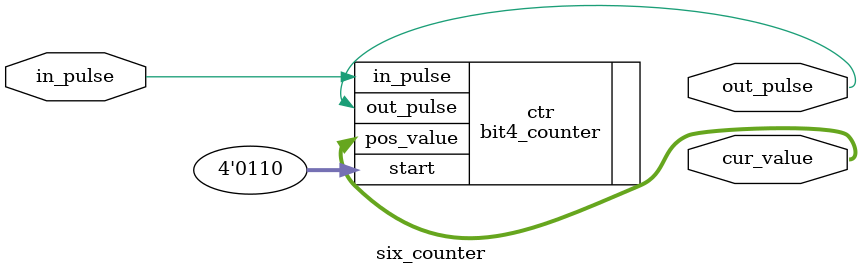
<source format=v>
`include "bit4_counter.v"

/*Counter that counts in this order:
5,4,3,2,1,0,5,4..., on every posedge of in_pulse. 
Outputs a pulse on out_pulse whenever it resets to 0*/
module six_counter(
    input in_pulse,
    output out_pulse,
    output [3:0] cur_value);

	bit4_counter ctr (
		.in_pulse(in_pulse),
		.start(4'd6),
		.out_pulse(out_pulse),
		.pos_value(cur_value));
    
endmodule
</source>
